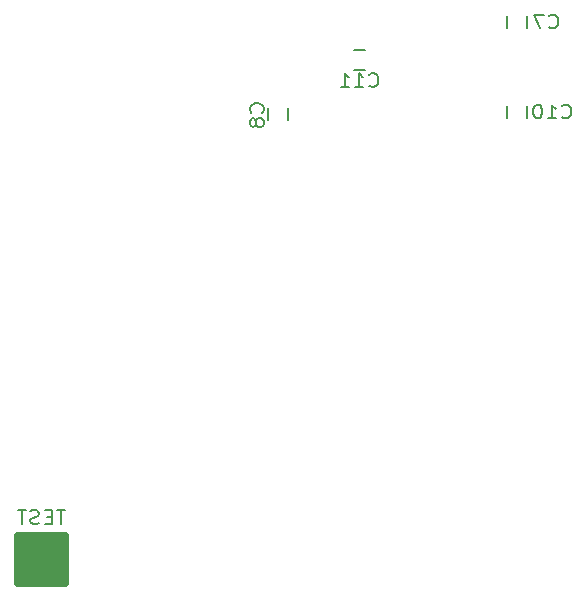
<source format=gbr>
G04 #@! TF.FileFunction,Legend,Bot*
%FSLAX46Y46*%
G04 Gerber Fmt 4.6, Leading zero omitted, Abs format (unit mm)*
G04 Created by KiCad (PCBNEW (after 2015-mar-04 BZR unknown)-product) date 3/3/2017 1:47:36 PM*
%MOMM*%
G01*
G04 APERTURE LIST*
%ADD10C,0.100000*%
%ADD11C,0.150000*%
%ADD12C,0.650000*%
%ADD13C,0.190500*%
G04 APERTURE END LIST*
D10*
D11*
X51142000Y-59317000D02*
X51142000Y-60317000D01*
X49442000Y-60317000D02*
X49442000Y-59317000D01*
X57650000Y-56095000D02*
X56650000Y-56095000D01*
X56650000Y-54395000D02*
X57650000Y-54395000D01*
X69635000Y-52570000D02*
X69635000Y-51570000D01*
X71335000Y-51570000D02*
X71335000Y-52570000D01*
X71335000Y-59190000D02*
X71335000Y-60190000D01*
X69635000Y-60190000D02*
X69635000Y-59190000D01*
D12*
X28226000Y-95536000D02*
X32226000Y-95536000D01*
X32226000Y-95536000D02*
X32226000Y-99536000D01*
X32226000Y-99536000D02*
X28226000Y-99536000D01*
X28226000Y-99536000D02*
X28226000Y-95536000D01*
X28226000Y-95536000D02*
X28226000Y-96036000D01*
X28226000Y-96036000D02*
X32226000Y-96036000D01*
X32226000Y-96036000D02*
X32226000Y-96536000D01*
X32226000Y-96536000D02*
X28226000Y-96536000D01*
X28226000Y-96536000D02*
X28226000Y-97036000D01*
X28226000Y-97036000D02*
X32226000Y-97036000D01*
X32226000Y-97036000D02*
X32226000Y-97536000D01*
X32226000Y-97536000D02*
X28226000Y-97536000D01*
X28226000Y-97536000D02*
X28226000Y-98036000D01*
X28226000Y-98036000D02*
X31726000Y-98036000D01*
X31726000Y-98036000D02*
X32226000Y-98036000D01*
X32226000Y-98036000D02*
X32226000Y-98536000D01*
X32226000Y-98536000D02*
X28226000Y-98536000D01*
X28226000Y-98536000D02*
X28226000Y-99036000D01*
X28226000Y-99036000D02*
X32226000Y-99036000D01*
D13*
X48922214Y-59732333D02*
X48976643Y-59671857D01*
X49031071Y-59490428D01*
X49031071Y-59369476D01*
X48976643Y-59188048D01*
X48867786Y-59067095D01*
X48758929Y-59006619D01*
X48541214Y-58946143D01*
X48377929Y-58946143D01*
X48160214Y-59006619D01*
X48051357Y-59067095D01*
X47942500Y-59188048D01*
X47888071Y-59369476D01*
X47888071Y-59490428D01*
X47942500Y-59671857D01*
X47996929Y-59732333D01*
X48377929Y-60458048D02*
X48323500Y-60337095D01*
X48269071Y-60276619D01*
X48160214Y-60216143D01*
X48105786Y-60216143D01*
X47996929Y-60276619D01*
X47942500Y-60337095D01*
X47888071Y-60458048D01*
X47888071Y-60699952D01*
X47942500Y-60820905D01*
X47996929Y-60881381D01*
X48105786Y-60941857D01*
X48160214Y-60941857D01*
X48269071Y-60881381D01*
X48323500Y-60820905D01*
X48377929Y-60699952D01*
X48377929Y-60458048D01*
X48432357Y-60337095D01*
X48486786Y-60276619D01*
X48595643Y-60216143D01*
X48813357Y-60216143D01*
X48922214Y-60276619D01*
X48976643Y-60337095D01*
X49031071Y-60458048D01*
X49031071Y-60699952D01*
X48976643Y-60820905D01*
X48922214Y-60881381D01*
X48813357Y-60941857D01*
X48595643Y-60941857D01*
X48486786Y-60881381D01*
X48432357Y-60820905D01*
X48377929Y-60699952D01*
X57966429Y-57431214D02*
X58026905Y-57485643D01*
X58208334Y-57540071D01*
X58329286Y-57540071D01*
X58510714Y-57485643D01*
X58631667Y-57376786D01*
X58692143Y-57267929D01*
X58752619Y-57050214D01*
X58752619Y-56886929D01*
X58692143Y-56669214D01*
X58631667Y-56560357D01*
X58510714Y-56451500D01*
X58329286Y-56397071D01*
X58208334Y-56397071D01*
X58026905Y-56451500D01*
X57966429Y-56505929D01*
X56756905Y-57540071D02*
X57482619Y-57540071D01*
X57119762Y-57540071D02*
X57119762Y-56397071D01*
X57240714Y-56560357D01*
X57361667Y-56669214D01*
X57482619Y-56723643D01*
X55547381Y-57540071D02*
X56273095Y-57540071D01*
X55910238Y-57540071D02*
X55910238Y-56397071D01*
X56031190Y-56560357D01*
X56152143Y-56669214D01*
X56273095Y-56723643D01*
X73196667Y-52478214D02*
X73257143Y-52532643D01*
X73438572Y-52587071D01*
X73559524Y-52587071D01*
X73740952Y-52532643D01*
X73861905Y-52423786D01*
X73922381Y-52314929D01*
X73982857Y-52097214D01*
X73982857Y-51933929D01*
X73922381Y-51716214D01*
X73861905Y-51607357D01*
X73740952Y-51498500D01*
X73559524Y-51444071D01*
X73438572Y-51444071D01*
X73257143Y-51498500D01*
X73196667Y-51552929D01*
X72773333Y-51444071D02*
X71926667Y-51444071D01*
X72470952Y-52587071D01*
X74301429Y-60098214D02*
X74361905Y-60152643D01*
X74543334Y-60207071D01*
X74664286Y-60207071D01*
X74845714Y-60152643D01*
X74966667Y-60043786D01*
X75027143Y-59934929D01*
X75087619Y-59717214D01*
X75087619Y-59553929D01*
X75027143Y-59336214D01*
X74966667Y-59227357D01*
X74845714Y-59118500D01*
X74664286Y-59064071D01*
X74543334Y-59064071D01*
X74361905Y-59118500D01*
X74301429Y-59172929D01*
X73091905Y-60207071D02*
X73817619Y-60207071D01*
X73454762Y-60207071D02*
X73454762Y-59064071D01*
X73575714Y-59227357D01*
X73696667Y-59336214D01*
X73817619Y-59390643D01*
X72305714Y-59064071D02*
X72184762Y-59064071D01*
X72063810Y-59118500D01*
X72003333Y-59172929D01*
X71942857Y-59281786D01*
X71882381Y-59499500D01*
X71882381Y-59771643D01*
X71942857Y-59989357D01*
X72003333Y-60098214D01*
X72063810Y-60152643D01*
X72184762Y-60207071D01*
X72305714Y-60207071D01*
X72426667Y-60152643D01*
X72487143Y-60098214D01*
X72547619Y-59989357D01*
X72608095Y-59771643D01*
X72608095Y-59499500D01*
X72547619Y-59281786D01*
X72487143Y-59172929D01*
X72426667Y-59118500D01*
X72305714Y-59064071D01*
X32251953Y-93410071D02*
X31526238Y-93410071D01*
X31889095Y-94553071D02*
X31889095Y-93410071D01*
X31102905Y-93954357D02*
X30679572Y-93954357D01*
X30498143Y-94553071D02*
X31102905Y-94553071D01*
X31102905Y-93410071D01*
X30498143Y-93410071D01*
X30014333Y-94498643D02*
X29832905Y-94553071D01*
X29530524Y-94553071D01*
X29409571Y-94498643D01*
X29349095Y-94444214D01*
X29288619Y-94335357D01*
X29288619Y-94226500D01*
X29349095Y-94117643D01*
X29409571Y-94063214D01*
X29530524Y-94008786D01*
X29772428Y-93954357D01*
X29893381Y-93899929D01*
X29953857Y-93845500D01*
X30014333Y-93736643D01*
X30014333Y-93627786D01*
X29953857Y-93518929D01*
X29893381Y-93464500D01*
X29772428Y-93410071D01*
X29470048Y-93410071D01*
X29288619Y-93464500D01*
X28925762Y-93410071D02*
X28200047Y-93410071D01*
X28562904Y-94553071D02*
X28562904Y-93410071D01*
M02*

</source>
